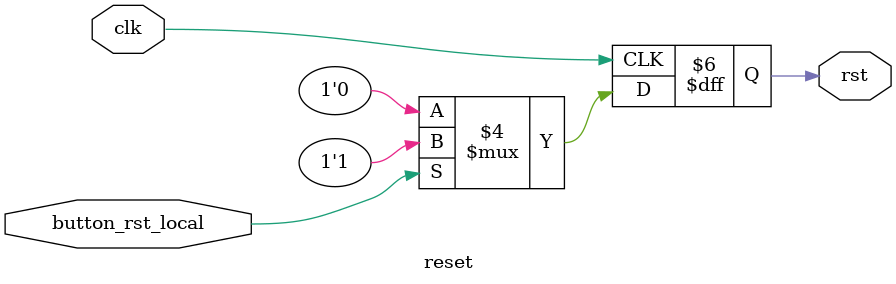
<source format=v>
module reset (button_rst_local,rst,clk);
      input button_rst_local,clk;
      output reg rst;

      always @( posedge clk) begin
            
      if( button_rst_local==1'b1)
            rst=1'b1;
      else
            rst=1'b0;
      end
endmodule

</source>
